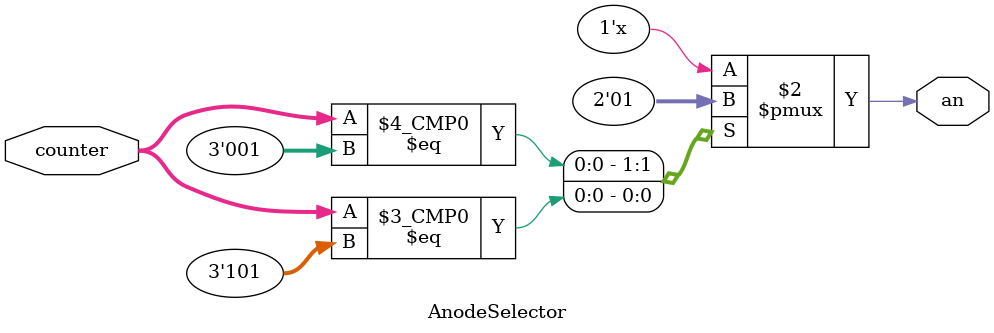
<source format=v>
module AnodeSelector (counter, an);

input wire [2:0]counter;
output reg an;

always @ (counter)
begin
	case (counter)
		3'b001:
			begin
				an <= 1'b0;
			end
		3'b101:
			begin
				an <= 1'b1;
			end
	endcase
end
endmodule

</source>
